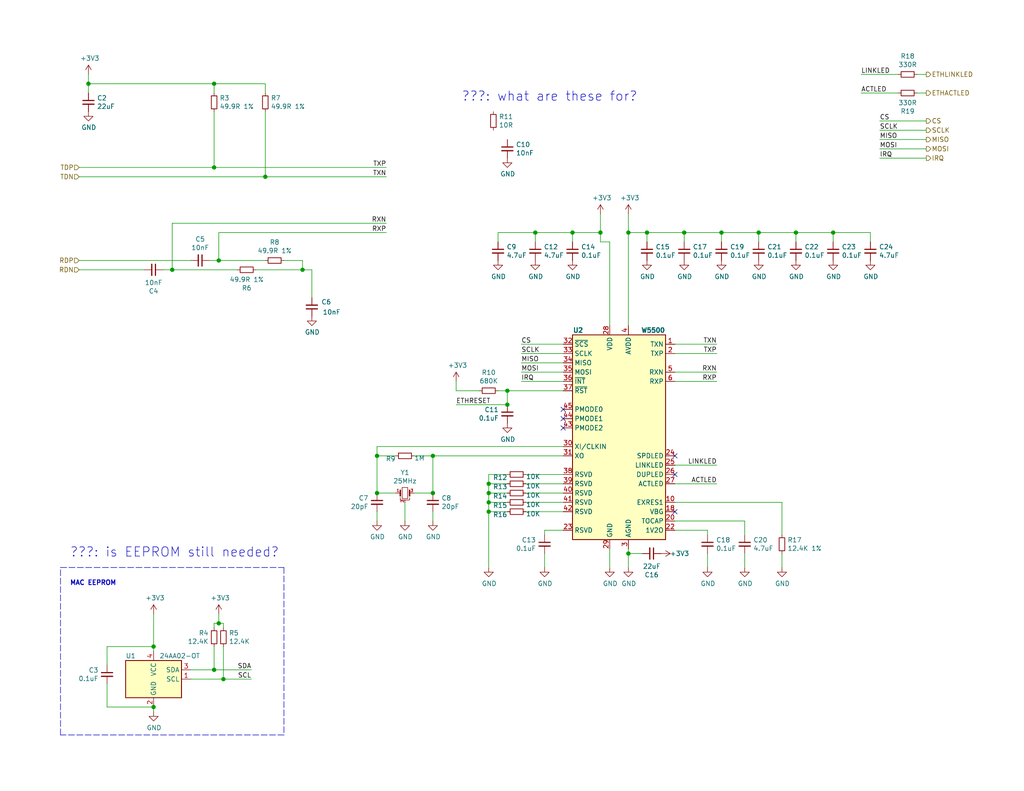
<source format=kicad_sch>
(kicad_sch (version 20201015) (generator eeschema)
  (paper "USLetter")
  (lib_symbols
    (symbol "Device:Crystal_GND2_Small" (pin_names (offset 1.016) hide)
      (property "Reference" "Y" (at 0 5.08 0))
      (property "Value" "Crystal_GND2_Small" (at 0 3.175 0))
      (symbol "Crystal_GND2_Small_0_1"
        (rectangle (start -0.762 -1.524) (end 0.762 1.524))
        (polyline (pts (xy -1.27 -0.762) (xy -1.27 0.762)) (stroke (width 0.381)))
        (polyline (pts (xy 1.27 -0.762) (xy 1.27 0.762)) (stroke (width 0.381)))
        (polyline (pts (xy -1.27 -1.27) (xy -1.27 -1.905) (xy 1.27 -1.905) (xy 1.27 -1.27)))
      )
      (symbol "Crystal_GND2_Small_1_1"
        (pin passive line (at -2.54 0 0) (length 1.27) (name "1") (number "1"))
        (pin passive line (at 0 -2.54 90) (length 0.635) (name "2") (number "2"))
        (pin passive line (at 2.54 0 180) (length 1.27) (name "3") (number "3"))
      )
    )
    (symbol "PoE-NTP-Clock-rescue:+3.3V-power" (power) (pin_names (offset 0))
      (property "Value" "+3.3V-power" (at 0 3.556 0))
      (symbol "+3.3V-power_0_1"
        (polyline (pts (xy -0.762 1.27) (xy 0 2.54)))
        (polyline (pts (xy 0 0) (xy 0 2.54)))
        (polyline (pts (xy 0 2.54) (xy 0.762 1.27)))
      )
      (symbol "+3.3V-power_1_1"
        (pin power_in line (at 0 0 90) (length 0) hide (name "+3V3") (number "1"))
      )
    )
    (symbol "PoE-NTP-Clock-rescue:24AA02-OT-Memory_EEPROM"
      (property "Reference" "U" (at -7.62 6.35 0))
      (property "Value" "24AA02-OT-Memory_EEPROM" (at 2.54 -6.35 0))
      (symbol "24AA02-OT-Memory_EEPROM_1_1"
        (rectangle (start -7.62 5.08) (end 7.62 -5.08) (stroke (width 0.254)) (fill (type background)))
        (pin input line (at 10.16 0 180) (length 2.54) (name "SCL") (number "1"))
        (pin power_in line (at 0 -7.62 90) (length 2.54) (name "GND") (number "2"))
        (pin bidirectional line (at 10.16 2.54 180) (length 2.54) (name "SDA") (number "3"))
        (pin power_in line (at 0 7.62 270) (length 2.54) (name "VCC") (number "4"))
        (pin unconnected line (at 7.62 -2.54 180) (length 2.54) hide (name "NC") (number "5"))
      )
    )
    (symbol "PoE-NTP-Clock-rescue:C_Small-Device" (pin_numbers hide) (pin_names (offset 0.254) hide)
      (property "Reference" "C" (at 0.254 1.778 0))
      (property "Value" "C_Small-Device" (at 0.254 -2.032 0))
      (symbol "C_Small-Device_0_1"
        (polyline (pts (xy -1.524 -0.508) (xy 1.524 -0.508)) (stroke (width 0.3302)))
        (polyline (pts (xy -1.524 0.508) (xy 1.524 0.508)) (stroke (width 0.3048)))
      )
      (symbol "C_Small-Device_1_1"
        (pin passive line (at 0 2.54 270) (length 2.032) (name "~") (number "1"))
        (pin passive line (at 0 -2.54 90) (length 2.032) (name "~") (number "2"))
      )
    )
    (symbol "PoE-NTP-Clock-rescue:GND-power" (power) (pin_names (offset 0))
      (property "Value" "GND-power" (at 0 -3.81 0))
      (symbol "GND-power_0_1"
        (polyline (pts (xy 0 0) (xy 0 -1.27) (xy 1.27 -1.27) (xy 0 -2.54) (xy -1.27 -1.27) (xy 0 -1.27)))
      )
      (symbol "GND-power_1_1"
        (pin power_in line (at 0 0 270) (length 0) hide (name "GND") (number "1"))
      )
    )
    (symbol "PoE-NTP-Clock-rescue:R_Small-Device" (pin_numbers hide) (pin_names (offset 0.254) hide)
      (property "Reference" "R" (at 0.762 0.508 0))
      (property "Value" "R_Small-Device" (at 0.762 -1.016 0))
      (symbol "R_Small-Device_0_1"
        (rectangle (start -0.762 1.778) (end 0.762 -1.778) (stroke (width 0.2032)))
      )
      (symbol "R_Small-Device_1_1"
        (pin passive line (at 0 2.54 270) (length 0.762) (name "~") (number "1"))
        (pin passive line (at 0 -2.54 90) (length 0.762) (name "~") (number "2"))
      )
    )
    (symbol "PoE-NTP-Clock-rescue:W5500-Interface_Ethernet"
      (property "Reference" "U" (at -11.43 29.21 0))
      (property "Value" "W5500-Interface_Ethernet" (at 8.89 29.21 0))
      (symbol "W5500-Interface_Ethernet_0_1"
        (rectangle (start -12.7 27.94) (end 12.7 -27.94) (stroke (width 0.254)) (fill (type background)))
      )
      (symbol "W5500-Interface_Ethernet_1_1"
        (pin output line (at 15.24 25.4 180) (length 2.54) (name "TXN") (number "1"))
        (pin passive line (at 15.24 -17.78 180) (length 2.54) (name "EXRES1") (number "10"))
        (pin passive line (at 2.54 30.48 270) (length 2.54) hide (name "AVDD") (number "11"))
        (pin unconnected line (at 12.7 7.62 180) (length 2.54) hide (name "NC") (number "12"))
        (pin unconnected line (at 12.7 5.08 180) (length 2.54) hide (name "NC") (number "13"))
        (pin passive line (at 2.54 -30.48 90) (length 2.54) hide (name "AGND") (number "14"))
        (pin passive line (at 2.54 30.48 270) (length 2.54) hide (name "AVDD") (number "15"))
        (pin passive line (at 2.54 -30.48 90) (length 2.54) hide (name "AGND") (number "16"))
        (pin passive line (at 2.54 30.48 270) (length 2.54) hide (name "AVDD") (number "17"))
        (pin passive line (at 15.24 -20.32 180) (length 2.54) (name "VBG") (number "18"))
        (pin passive line (at 2.54 -30.48 90) (length 2.54) hide (name "AGND") (number "19"))
        (pin output line (at 15.24 22.86 180) (length 2.54) (name "TXP") (number "2"))
        (pin passive line (at 15.24 -22.86 180) (length 2.54) (name "TOCAP") (number "20"))
        (pin passive line (at 2.54 30.48 270) (length 2.54) hide (name "AVDD") (number "21"))
        (pin output line (at 15.24 -25.4 180) (length 2.54) (name "1V2O") (number "22"))
        (pin input line (at -15.24 -25.4 0) (length 2.54) (name "RSVD") (number "23"))
        (pin output line (at 15.24 -5.08 180) (length 2.54) (name "SPDLED") (number "24"))
        (pin output line (at 15.24 -7.62 180) (length 2.54) (name "LINKLED") (number "25"))
        (pin output line (at 15.24 -10.16 180) (length 2.54) (name "DUPLED") (number "26"))
        (pin output line (at 15.24 -12.7 180) (length 2.54) (name "ACTLED") (number "27"))
        (pin power_in line (at -2.54 30.48 270) (length 2.54) (name "VDD") (number "28"))
        (pin power_in line (at -2.54 -30.48 90) (length 2.54) (name "GND") (number "29"))
        (pin power_in line (at 2.54 -30.48 90) (length 2.54) (name "AGND") (number "3"))
        (pin input line (at -15.24 -2.54 0) (length 2.54) (name "XI/CLKIN") (number "30"))
        (pin output line (at -15.24 -5.08 0) (length 2.54) (name "XO") (number "31"))
        (pin input line (at -15.24 25.4 0) (length 2.54) (name "~SCS") (number "32"))
        (pin input line (at -15.24 22.86 0) (length 2.54) (name "SCLK") (number "33"))
        (pin output line (at -15.24 20.32 0) (length 2.54) (name "MISO") (number "34"))
        (pin input line (at -15.24 17.78 0) (length 2.54) (name "MOSI") (number "35"))
        (pin input line (at -15.24 15.24 0) (length 2.54) (name "~INT") (number "36"))
        (pin input line (at -15.24 12.7 0) (length 2.54) (name "~RST") (number "37"))
        (pin input line (at -15.24 -10.16 0) (length 2.54) (name "RSVD") (number "38"))
        (pin input line (at -15.24 -12.7 0) (length 2.54) (name "RSVD") (number "39"))
        (pin power_in line (at 2.54 30.48 270) (length 2.54) (name "AVDD") (number "4"))
        (pin input line (at -15.24 -15.24 0) (length 2.54) (name "RSVD") (number "40"))
        (pin input line (at -15.24 -17.78 0) (length 2.54) (name "RSVD") (number "41"))
        (pin input line (at -15.24 -20.32 0) (length 2.54) (name "RSVD") (number "42"))
        (pin input line (at -15.24 2.54 0) (length 2.54) (name "PMODE2") (number "43"))
        (pin input line (at -15.24 5.08 0) (length 2.54) (name "PMODE1") (number "44"))
        (pin input line (at -15.24 7.62 0) (length 2.54) (name "PMODE0") (number "45"))
        (pin unconnected line (at 12.7 2.54 180) (length 2.54) hide (name "NC") (number "46"))
        (pin unconnected line (at 12.7 0 180) (length 2.54) hide (name "NC") (number "47"))
        (pin passive line (at 2.54 -30.48 90) (length 2.54) hide (name "AGND") (number "48"))
        (pin input line (at 15.24 17.78 180) (length 2.54) (name "RXN") (number "5"))
        (pin input line (at 15.24 15.24 180) (length 2.54) (name "RXP") (number "6"))
        (pin unconnected line (at 12.7 10.16 180) (length 2.54) hide (name "DNC") (number "7"))
        (pin passive line (at 2.54 30.48 270) (length 2.54) hide (name "AVDD") (number "8"))
        (pin passive line (at 2.54 -30.48 90) (length 2.54) hide (name "AGND") (number "9"))
      )
    )
    (symbol "power:GND" (power) (pin_names (offset 0))
      (property "Value" "GND" (at 0 -3.81 0))
      (symbol "GND_0_1"
        (polyline (pts (xy 0 0) (xy 0 -1.27) (xy 1.27 -1.27) (xy 0 -2.54) (xy -1.27 -1.27) (xy 0 -1.27)))
      )
      (symbol "GND_1_1"
        (pin power_in line (at 0 0 270) (length 0) hide (name "GND") (number "1"))
      )
    )
  )
  (junction (at 24.13 22.86) (diameter 1.016))
  (junction (at 41.91 176.53) (diameter 1.016))
  (junction (at 41.91 193.04) (diameter 1.016))
  (junction (at 46.99 73.66) (diameter 1.016))
  (junction (at 58.42 22.86) (diameter 1.016))
  (junction (at 58.42 45.72) (diameter 1.016))
  (junction (at 58.42 182.88) (diameter 1.016))
  (junction (at 59.69 71.12) (diameter 1.016))
  (junction (at 59.69 170.18) (diameter 1.016))
  (junction (at 60.96 185.42) (diameter 1.016))
  (junction (at 72.39 48.26) (diameter 1.016))
  (junction (at 82.55 73.66) (diameter 1.016))
  (junction (at 102.87 124.46) (diameter 1.016))
  (junction (at 102.87 134.62) (diameter 1.016))
  (junction (at 118.11 124.46) (diameter 1.016))
  (junction (at 118.11 134.62) (diameter 1.016))
  (junction (at 133.35 132.08) (diameter 1.016))
  (junction (at 133.35 134.62) (diameter 1.016))
  (junction (at 133.35 137.16) (diameter 1.016))
  (junction (at 133.35 139.7) (diameter 1.016))
  (junction (at 138.43 106.68) (diameter 1.016))
  (junction (at 138.43 110.49) (diameter 1.016))
  (junction (at 146.05 63.5) (diameter 1.016))
  (junction (at 156.21 63.5) (diameter 1.016))
  (junction (at 163.83 63.5) (diameter 1.016))
  (junction (at 171.45 63.5) (diameter 1.016))
  (junction (at 171.45 151.13) (diameter 1.016))
  (junction (at 176.53 63.5) (diameter 1.016))
  (junction (at 186.69 63.5) (diameter 1.016))
  (junction (at 196.85 63.5) (diameter 1.016))
  (junction (at 207.01 63.5) (diameter 1.016))
  (junction (at 217.17 63.5) (diameter 1.016))
  (junction (at 227.33 63.5) (diameter 1.016))
  (no_connect (at 153.67 111.76))
  (no_connect (at 153.67 114.3))
  (no_connect (at 153.67 116.84))
  (no_connect (at 184.15 124.46))
  (no_connect (at 184.15 129.54))
  (no_connect (at 184.15 139.7))
  (wire (pts (xy 21.59 45.72) (xy 58.42 45.72)))
  (wire (pts (xy 21.59 48.26) (xy 72.39 48.26)))
  (wire (pts (xy 21.59 71.12) (xy 52.07 71.12)))
  (wire (pts (xy 21.59 73.66) (xy 39.37 73.66)))
  (wire (pts (xy 24.13 20.32) (xy 24.13 22.86)))
  (wire (pts (xy 24.13 22.86) (xy 24.13 25.4)))
  (wire (pts (xy 24.13 22.86) (xy 58.42 22.86)))
  (wire (pts (xy 29.21 176.53) (xy 29.21 181.61)))
  (wire (pts (xy 29.21 193.04) (xy 29.21 186.69)))
  (wire (pts (xy 41.91 176.53) (xy 29.21 176.53)))
  (wire (pts (xy 41.91 176.53) (xy 41.91 167.64)))
  (wire (pts (xy 41.91 177.8) (xy 41.91 176.53)))
  (wire (pts (xy 41.91 193.04) (xy 29.21 193.04)))
  (wire (pts (xy 41.91 194.31) (xy 41.91 193.04)))
  (wire (pts (xy 44.45 73.66) (xy 46.99 73.66)))
  (wire (pts (xy 46.99 60.96) (xy 46.99 73.66)))
  (wire (pts (xy 46.99 60.96) (xy 105.41 60.96)))
  (wire (pts (xy 46.99 73.66) (xy 64.77 73.66)))
  (wire (pts (xy 52.07 182.88) (xy 58.42 182.88)))
  (wire (pts (xy 52.07 185.42) (xy 60.96 185.42)))
  (wire (pts (xy 57.15 71.12) (xy 59.69 71.12)))
  (wire (pts (xy 58.42 22.86) (xy 58.42 25.4)))
  (wire (pts (xy 58.42 22.86) (xy 72.39 22.86)))
  (wire (pts (xy 58.42 30.48) (xy 58.42 45.72)))
  (wire (pts (xy 58.42 45.72) (xy 105.41 45.72)))
  (wire (pts (xy 58.42 170.18) (xy 59.69 170.18)))
  (wire (pts (xy 58.42 171.45) (xy 58.42 170.18)))
  (wire (pts (xy 58.42 176.53) (xy 58.42 182.88)))
  (wire (pts (xy 58.42 182.88) (xy 68.58 182.88)))
  (wire (pts (xy 59.69 63.5) (xy 105.41 63.5)))
  (wire (pts (xy 59.69 71.12) (xy 59.69 63.5)))
  (wire (pts (xy 59.69 71.12) (xy 72.39 71.12)))
  (wire (pts (xy 59.69 170.18) (xy 59.69 167.64)))
  (wire (pts (xy 60.96 170.18) (xy 59.69 170.18)))
  (wire (pts (xy 60.96 171.45) (xy 60.96 170.18)))
  (wire (pts (xy 60.96 176.53) (xy 60.96 185.42)))
  (wire (pts (xy 60.96 185.42) (xy 68.58 185.42)))
  (wire (pts (xy 69.85 73.66) (xy 82.55 73.66)))
  (wire (pts (xy 72.39 22.86) (xy 72.39 25.4)))
  (wire (pts (xy 72.39 30.48) (xy 72.39 48.26)))
  (wire (pts (xy 72.39 48.26) (xy 105.41 48.26)))
  (wire (pts (xy 77.47 71.12) (xy 82.55 71.12)))
  (wire (pts (xy 82.55 71.12) (xy 82.55 73.66)))
  (wire (pts (xy 82.55 73.66) (xy 85.09 73.66)))
  (wire (pts (xy 85.09 73.66) (xy 85.09 81.28)))
  (wire (pts (xy 102.87 121.92) (xy 102.87 124.46)))
  (wire (pts (xy 102.87 124.46) (xy 102.87 134.62)))
  (wire (pts (xy 102.87 124.46) (xy 107.95 124.46)))
  (wire (pts (xy 102.87 134.62) (xy 107.95 134.62)))
  (wire (pts (xy 102.87 139.7) (xy 102.87 142.24)))
  (wire (pts (xy 110.49 137.16) (xy 110.49 142.24)))
  (wire (pts (xy 113.03 124.46) (xy 118.11 124.46)))
  (wire (pts (xy 113.03 134.62) (xy 118.11 134.62)))
  (wire (pts (xy 118.11 124.46) (xy 118.11 134.62)))
  (wire (pts (xy 118.11 124.46) (xy 153.67 124.46)))
  (wire (pts (xy 118.11 139.7) (xy 118.11 142.24)))
  (wire (pts (xy 124.46 106.68) (xy 124.46 104.14)))
  (wire (pts (xy 124.46 110.49) (xy 138.43 110.49)))
  (wire (pts (xy 130.81 106.68) (xy 124.46 106.68)))
  (wire (pts (xy 133.35 129.54) (xy 133.35 132.08)))
  (wire (pts (xy 133.35 129.54) (xy 138.43 129.54)))
  (wire (pts (xy 133.35 132.08) (xy 133.35 134.62)))
  (wire (pts (xy 133.35 132.08) (xy 138.43 132.08)))
  (wire (pts (xy 133.35 134.62) (xy 133.35 137.16)))
  (wire (pts (xy 133.35 134.62) (xy 138.43 134.62)))
  (wire (pts (xy 133.35 137.16) (xy 133.35 139.7)))
  (wire (pts (xy 133.35 137.16) (xy 138.43 137.16)))
  (wire (pts (xy 133.35 139.7) (xy 133.35 154.94)))
  (wire (pts (xy 133.35 139.7) (xy 138.43 139.7)))
  (wire (pts (xy 135.89 63.5) (xy 146.05 63.5)))
  (wire (pts (xy 135.89 66.04) (xy 135.89 63.5)))
  (wire (pts (xy 138.43 106.68) (xy 135.89 106.68)))
  (wire (pts (xy 138.43 106.68) (xy 153.67 106.68)))
  (wire (pts (xy 138.43 110.49) (xy 138.43 106.68)))
  (wire (pts (xy 143.51 129.54) (xy 153.67 129.54)))
  (wire (pts (xy 143.51 132.08) (xy 153.67 132.08)))
  (wire (pts (xy 143.51 134.62) (xy 153.67 134.62)))
  (wire (pts (xy 143.51 137.16) (xy 153.67 137.16)))
  (wire (pts (xy 143.51 139.7) (xy 153.67 139.7)))
  (wire (pts (xy 146.05 63.5) (xy 156.21 63.5)))
  (wire (pts (xy 146.05 66.04) (xy 146.05 63.5)))
  (wire (pts (xy 148.59 144.78) (xy 148.59 146.05)))
  (wire (pts (xy 148.59 151.13) (xy 148.59 154.94)))
  (wire (pts (xy 153.67 93.98) (xy 142.24 93.98)))
  (wire (pts (xy 153.67 96.52) (xy 142.24 96.52)))
  (wire (pts (xy 153.67 99.06) (xy 142.24 99.06)))
  (wire (pts (xy 153.67 101.6) (xy 142.24 101.6)))
  (wire (pts (xy 153.67 104.14) (xy 142.24 104.14)))
  (wire (pts (xy 153.67 121.92) (xy 102.87 121.92)))
  (wire (pts (xy 153.67 144.78) (xy 148.59 144.78)))
  (wire (pts (xy 156.21 63.5) (xy 156.21 66.04)))
  (wire (pts (xy 156.21 63.5) (xy 163.83 63.5)))
  (wire (pts (xy 163.83 63.5) (xy 163.83 58.42)))
  (wire (pts (xy 163.83 66.04) (xy 163.83 63.5)))
  (wire (pts (xy 166.37 66.04) (xy 163.83 66.04)))
  (wire (pts (xy 166.37 88.9) (xy 166.37 66.04)))
  (wire (pts (xy 166.37 149.86) (xy 166.37 154.94)))
  (wire (pts (xy 171.45 58.42) (xy 171.45 63.5)))
  (wire (pts (xy 171.45 63.5) (xy 171.45 88.9)))
  (wire (pts (xy 171.45 63.5) (xy 176.53 63.5)))
  (wire (pts (xy 171.45 149.86) (xy 171.45 151.13)))
  (wire (pts (xy 171.45 151.13) (xy 171.45 154.94)))
  (wire (pts (xy 175.26 151.13) (xy 171.45 151.13)))
  (wire (pts (xy 176.53 63.5) (xy 176.53 66.04)))
  (wire (pts (xy 184.15 93.98) (xy 195.58 93.98)))
  (wire (pts (xy 184.15 96.52) (xy 195.58 96.52)))
  (wire (pts (xy 184.15 101.6) (xy 195.58 101.6)))
  (wire (pts (xy 184.15 104.14) (xy 195.58 104.14)))
  (wire (pts (xy 184.15 127) (xy 195.58 127)))
  (wire (pts (xy 184.15 132.08) (xy 195.58 132.08)))
  (wire (pts (xy 184.15 137.16) (xy 213.36 137.16)))
  (wire (pts (xy 184.15 144.78) (xy 193.04 144.78)))
  (wire (pts (xy 186.69 63.5) (xy 176.53 63.5)))
  (wire (pts (xy 186.69 66.04) (xy 186.69 63.5)))
  (wire (pts (xy 193.04 144.78) (xy 193.04 146.05)))
  (wire (pts (xy 193.04 151.13) (xy 193.04 154.94)))
  (wire (pts (xy 196.85 63.5) (xy 186.69 63.5)))
  (wire (pts (xy 196.85 66.04) (xy 196.85 63.5)))
  (wire (pts (xy 203.2 142.24) (xy 184.15 142.24)))
  (wire (pts (xy 203.2 146.05) (xy 203.2 142.24)))
  (wire (pts (xy 203.2 151.13) (xy 203.2 154.94)))
  (wire (pts (xy 207.01 63.5) (xy 196.85 63.5)))
  (wire (pts (xy 207.01 66.04) (xy 207.01 63.5)))
  (wire (pts (xy 213.36 137.16) (xy 213.36 146.05)))
  (wire (pts (xy 213.36 151.13) (xy 213.36 154.94)))
  (wire (pts (xy 217.17 63.5) (xy 207.01 63.5)))
  (wire (pts (xy 217.17 63.5) (xy 227.33 63.5)))
  (wire (pts (xy 217.17 66.04) (xy 217.17 63.5)))
  (wire (pts (xy 227.33 63.5) (xy 237.49 63.5)))
  (wire (pts (xy 227.33 66.04) (xy 227.33 63.5)))
  (wire (pts (xy 234.95 20.32) (xy 245.11 20.32)))
  (wire (pts (xy 234.95 25.4) (xy 245.11 25.4)))
  (wire (pts (xy 237.49 66.04) (xy 237.49 63.5)))
  (wire (pts (xy 240.03 33.02) (xy 252.73 33.02)))
  (wire (pts (xy 240.03 35.56) (xy 252.73 35.56)))
  (wire (pts (xy 240.03 38.1) (xy 252.73 38.1)))
  (wire (pts (xy 240.03 40.64) (xy 252.73 40.64)))
  (wire (pts (xy 240.03 43.18) (xy 252.73 43.18)))
  (wire (pts (xy 250.19 20.32) (xy 252.73 20.32)))
  (wire (pts (xy 250.19 25.4) (xy 252.73 25.4)))
  (polyline (pts (xy 16.51 154.94) (xy 77.47 154.94)) (stroke (width 0) (type dash)))
  (polyline (pts (xy 16.51 200.66) (xy 16.51 154.94)) (stroke (width 0) (type dash)))
  (polyline (pts (xy 77.47 154.94) (xy 77.47 200.66)) (stroke (width 0) (type dash)))
  (polyline (pts (xy 77.47 200.66) (xy 16.51 200.66)) (stroke (width 0) (type dash)))
  (text "MAC EEPROM" (at 19.05 160.02 0) (effects (font (size 1.27 1.27) (thickness 0.254) bold) (justify left bottom)))
  (text "???: is EEPROM still needed?" (at 76.2 152.4 180) (effects (font (size 2.54 2.54)) (justify right bottom)))
  (text "???: what are these for?" (at 173.99 27.94 180) (effects (font (size 2.54 2.54)) (justify right bottom)))
  (label "SDA" (at 68.58 182.88 180))
  (label "SCL" (at 68.58 185.42 180))
  (label "TXP" (at 105.41 45.72 180))
  (label "TXN" (at 105.41 48.26 180))
  (label "RXN" (at 105.41 60.96 180))
  (label "RXP" (at 105.41 63.5 180))
  (label "ETHRESET" (at 124.46 110.49 0))
  (label "CS" (at 142.24 93.98 0))
  (label "SCLK" (at 142.24 96.52 0))
  (label "MISO" (at 142.24 99.06 0))
  (label "MOSI" (at 142.24 101.6 0))
  (label "IRQ" (at 142.24 104.14 0))
  (label "TXN" (at 195.58 93.98 180))
  (label "TXP" (at 195.58 96.52 180))
  (label "RXN" (at 195.58 101.6 180))
  (label "RXP" (at 195.58 104.14 180))
  (label "LINKLED" (at 195.58 127 180))
  (label "ACTLED" (at 195.58 132.08 180))
  (label "LINKLED" (at 234.95 20.32 0))
  (label "ACTLED" (at 234.95 25.4 0))
  (label "CS" (at 240.03 33.02 0))
  (label "SCLK" (at 240.03 35.56 0))
  (label "MISO" (at 240.03 38.1 0))
  (label "MOSI" (at 240.03 40.64 0))
  (label "IRQ" (at 240.03 43.18 0))
  (hierarchical_label "TDP" (shape input) (at 21.59 45.72 180))
  (hierarchical_label "TDN" (shape input) (at 21.59 48.26 180))
  (hierarchical_label "RDP" (shape input) (at 21.59 71.12 180))
  (hierarchical_label "RDN" (shape input) (at 21.59 73.66 180))
  (hierarchical_label "ETHLINKLED" (shape output) (at 252.73 20.32 0))
  (hierarchical_label "ETHACTLED" (shape output) (at 252.73 25.4 0))
  (hierarchical_label "CS" (shape output) (at 252.73 33.02 0))
  (hierarchical_label "SCLK" (shape output) (at 252.73 35.56 0))
  (hierarchical_label "MISO" (shape output) (at 252.73 38.1 0))
  (hierarchical_label "MOSI" (shape output) (at 252.73 40.64 0))
  (hierarchical_label "IRQ" (shape output) (at 252.73 43.18 0))
  (symbol (lib_id "PoE-NTP-Clock-rescue:+3.3V-power") (at 24.13 20.32 0) (unit 1)
    (property "Reference" "#PWR0117" (effects hide))
    (property "Value" "+3.3V" (at 24.511 15.9258 0))
  )
  (symbol (lib_id "PoE-NTP-Clock-rescue:+3.3V-power") (at 41.91 167.64 0) (unit 1)
    (property "Reference" "#PWR0115" (effects hide))
    (property "Value" "+3.3V" (at 42.291 163.2458 0))
  )
  (symbol (lib_id "PoE-NTP-Clock-rescue:+3.3V-power") (at 59.69 167.64 0) (unit 1)
    (property "Reference" "#PWR0114" (effects hide))
    (property "Value" "+3.3V" (at 60.071 163.2458 0))
  )
  (symbol (lib_id "PoE-NTP-Clock-rescue:+3.3V-power") (at 124.46 104.14 0) (unit 1)
    (property "Reference" "#PWR0123" (effects hide))
    (property "Value" "+3.3V" (at 124.841 99.7458 0))
  )
  (symbol (lib_id "PoE-NTP-Clock-rescue:+3.3V-power") (at 163.83 58.42 0) (unit 1)
    (property "Reference" "#PWR0135" (effects hide))
    (property "Value" "+3.3V" (at 164.211 54.0258 0))
  )
  (symbol (lib_id "PoE-NTP-Clock-rescue:+3.3V-power") (at 171.45 58.42 0) (unit 1)
    (property "Reference" "#PWR0136" (effects hide))
    (property "Value" "+3.3V" (at 171.831 54.0258 0))
  )
  (symbol (lib_id "PoE-NTP-Clock-rescue:+3.3V-power") (at 180.34 151.13 270) (unit 1)
    (property "Reference" "#PWR0131" (effects hide))
    (property "Value" "+3.3V" (at 185.42 151.13 90))
  )
  (symbol (lib_id "power:GND") (at 24.13 30.48 0) (unit 1)
    (property "Reference" "#PWR0118" (effects hide))
    (property "Value" "GND" (at 24.2443 34.8044 0))
  )
  (symbol (lib_id "PoE-NTP-Clock-rescue:GND-power") (at 41.91 194.31 0) (unit 1)
    (property "Reference" "#PWR0113" (effects hide))
    (property "Value" "GND" (at 42.037 198.7042 0))
  )
  (symbol (lib_id "power:GND") (at 85.09 86.36 0) (unit 1)
    (property "Reference" "#PWR0116" (effects hide))
    (property "Value" "GND" (at 85.2043 90.6844 0))
  )
  (symbol (lib_id "power:GND") (at 102.87 142.24 0) (unit 1)
    (property "Reference" "#PWR0122" (effects hide))
    (property "Value" "GND" (at 102.9843 146.5644 0))
  )
  (symbol (lib_id "power:GND") (at 110.49 142.24 0) (unit 1)
    (property "Reference" "#PWR0120" (effects hide))
    (property "Value" "GND" (at 110.6043 146.5644 0))
  )
  (symbol (lib_id "power:GND") (at 118.11 142.24 0) (unit 1)
    (property "Reference" "#PWR0121" (effects hide))
    (property "Value" "GND" (at 118.2243 146.5644 0))
  )
  (symbol (lib_id "PoE-NTP-Clock-rescue:GND-power") (at 133.35 154.94 0) (unit 1)
    (property "Reference" "#PWR0119" (effects hide))
    (property "Value" "GND" (at 133.477 159.3342 0))
  )
  (symbol (lib_id "PoE-NTP-Clock-rescue:GND-power") (at 135.89 71.12 0) (unit 1)
    (property "Reference" "#PWR0124" (effects hide))
    (property "Value" "GND" (at 136.017 75.5142 0))
  )
  (symbol (lib_id "power:GND") (at 138.43 43.18 0) (unit 1)
    (property "Reference" "#PWR0139" (effects hide))
    (property "Value" "GND" (at 138.5443 47.5044 0))
  )
  (symbol (lib_id "PoE-NTP-Clock-rescue:GND-power") (at 138.43 115.57 0) (unit 1)
    (property "Reference" "#PWR0125" (effects hide))
    (property "Value" "GND" (at 138.557 119.9642 0))
  )
  (symbol (lib_id "PoE-NTP-Clock-rescue:GND-power") (at 146.05 71.12 0) (unit 1)
    (property "Reference" "#PWR0138" (effects hide))
    (property "Value" "GND" (at 146.177 75.5142 0))
  )
  (symbol (lib_id "PoE-NTP-Clock-rescue:GND-power") (at 148.59 154.94 0) (unit 1)
    (property "Reference" "#PWR0130" (effects hide))
    (property "Value" "GND" (at 148.717 159.3342 0))
  )
  (symbol (lib_id "PoE-NTP-Clock-rescue:GND-power") (at 156.21 71.12 0) (unit 1)
    (property "Reference" "#PWR0137" (effects hide))
    (property "Value" "GND" (at 156.337 75.5142 0))
  )
  (symbol (lib_id "PoE-NTP-Clock-rescue:GND-power") (at 166.37 154.94 0) (unit 1)
    (property "Reference" "#PWR0129" (effects hide))
    (property "Value" "GND" (at 166.497 159.3342 0))
  )
  (symbol (lib_id "PoE-NTP-Clock-rescue:GND-power") (at 171.45 154.94 0) (unit 1)
    (property "Reference" "#PWR0126" (effects hide))
    (property "Value" "GND" (at 171.577 159.3342 0))
  )
  (symbol (lib_id "PoE-NTP-Clock-rescue:GND-power") (at 176.53 71.12 0) (unit 1)
    (property "Reference" "#PWR0140" (effects hide))
    (property "Value" "GND" (at 176.657 75.5142 0))
  )
  (symbol (lib_id "PoE-NTP-Clock-rescue:GND-power") (at 186.69 71.12 0) (unit 1)
    (property "Reference" "#PWR0142" (effects hide))
    (property "Value" "GND" (at 186.817 75.5142 0))
  )
  (symbol (lib_id "PoE-NTP-Clock-rescue:GND-power") (at 193.04 154.94 0) (unit 1)
    (property "Reference" "#PWR0127" (effects hide))
    (property "Value" "GND" (at 193.167 159.3342 0))
  )
  (symbol (lib_id "PoE-NTP-Clock-rescue:GND-power") (at 196.85 71.12 0) (unit 1)
    (property "Reference" "#PWR0143" (effects hide))
    (property "Value" "GND" (at 196.977 75.5142 0))
  )
  (symbol (lib_id "PoE-NTP-Clock-rescue:GND-power") (at 203.2 154.94 0) (unit 1)
    (property "Reference" "#PWR0128" (effects hide))
    (property "Value" "GND" (at 203.327 159.3342 0))
  )
  (symbol (lib_id "PoE-NTP-Clock-rescue:GND-power") (at 207.01 71.12 0) (unit 1)
    (property "Reference" "#PWR0141" (effects hide))
    (property "Value" "GND" (at 207.137 75.5142 0))
  )
  (symbol (lib_id "PoE-NTP-Clock-rescue:GND-power") (at 213.36 154.94 0) (unit 1)
    (property "Reference" "#PWR0132" (effects hide))
    (property "Value" "GND" (at 213.487 159.3342 0))
  )
  (symbol (lib_id "PoE-NTP-Clock-rescue:GND-power") (at 217.17 71.12 0) (unit 1)
    (property "Reference" "#PWR0144" (effects hide))
    (property "Value" "GND" (at 217.297 75.5142 0))
  )
  (symbol (lib_id "PoE-NTP-Clock-rescue:GND-power") (at 227.33 71.12 0) (unit 1)
    (property "Reference" "#PWR0134" (effects hide))
    (property "Value" "GND" (at 227.457 75.5142 0))
  )
  (symbol (lib_id "PoE-NTP-Clock-rescue:GND-power") (at 237.49 71.12 0) (unit 1)
    (property "Reference" "#PWR0133" (effects hide))
    (property "Value" "GND" (at 237.617 75.5142 0))
  )
  (symbol (lib_id "PoE-NTP-Clock-rescue:R_Small-Device") (at 58.42 27.94 0) (unit 1)
    (property "Reference" "R3" (at 59.9186 26.7716 0) (effects (justify left)))
    (property "Value" "49.9R 1%" (at 59.9186 29.083 0) (effects (justify left)))
    (property "Footprint" "Resistor_SMD:R_0402_1005Metric" (effects hide))
  )
  (symbol (lib_id "PoE-NTP-Clock-rescue:R_Small-Device") (at 58.42 173.99 0) (mirror y) (unit 1)
    (property "Reference" "R4" (at 56.9214 172.8216 0) (effects (justify left)))
    (property "Value" "12.4K" (at 56.9214 175.133 0) (effects (justify left)))
    (property "Footprint" "Resistor_SMD:R_0402_1005Metric" (effects hide))
  )
  (symbol (lib_id "PoE-NTP-Clock-rescue:R_Small-Device") (at 60.96 173.99 0) (unit 1)
    (property "Reference" "R5" (at 62.4586 172.8216 0) (effects (justify left)))
    (property "Value" "12.4K" (at 62.4586 175.133 0) (effects (justify left)))
    (property "Footprint" "Resistor_SMD:R_0402_1005Metric" (effects hide))
  )
  (symbol (lib_id "PoE-NTP-Clock-rescue:R_Small-Device") (at 67.31 73.66 90) (unit 1)
    (property "Reference" "R6" (at 67.31 78.6384 90))
    (property "Value" "49.9R 1%" (at 67.31 76.327 90))
    (property "Footprint" "Resistor_SMD:R_0402_1005Metric" (effects hide))
  )
  (symbol (lib_id "PoE-NTP-Clock-rescue:R_Small-Device") (at 72.39 27.94 0) (unit 1)
    (property "Reference" "R7" (at 73.8886 26.7716 0) (effects (justify left)))
    (property "Value" "49.9R 1%" (at 73.8886 29.083 0) (effects (justify left)))
    (property "Footprint" "Resistor_SMD:R_0402_1005Metric" (effects hide))
  )
  (symbol (lib_id "PoE-NTP-Clock-rescue:R_Small-Device") (at 74.93 71.12 270) (unit 1)
    (property "Reference" "R8" (at 74.93 66.1416 90))
    (property "Value" "49.9R 1%" (at 74.93 68.453 90))
    (property "Footprint" "Resistor_SMD:R_0402_1005Metric" (effects hide))
  )
  (symbol (lib_id "PoE-NTP-Clock-rescue:R_Small-Device") (at 110.49 124.46 270) (unit 1)
    (property "Reference" "R9" (at 107.95 124.5616 90) (effects (justify right top)))
    (property "Value" "1M" (at 113.03 124.333 90) (effects (justify left top)))
    (property "Footprint" "Resistor_SMD:R_0402_1005Metric" (effects hide))
  )
  (symbol (lib_id "PoE-NTP-Clock-rescue:R_Small-Device") (at 133.35 106.68 270) (unit 1)
    (property "Reference" "R10" (at 133.35 101.7016 90))
    (property "Value" "680K" (at 133.35 104.013 90))
    (property "Footprint" "Resistor_SMD:R_0402_1005Metric" (effects hide))
  )
  (symbol (lib_id "PoE-NTP-Clock-rescue:R_Small-Device") (at 134.62 33.02 0) (unit 1)
    (property "Reference" "R11" (at 136.1186 31.8516 0) (effects (justify left)))
    (property "Value" "10R" (at 136.1186 34.163 0) (effects (justify left)))
    (property "Footprint" "Resistor_SMD:R_0402_1005Metric" (effects hide))
  )
  (symbol (lib_id "PoE-NTP-Clock-rescue:R_Small-Device") (at 140.97 129.54 270) (unit 1)
    (property "Reference" "R12" (at 138.43 129.6416 90) (effects (justify right top)))
    (property "Value" "10K" (at 143.51 129.413 90) (effects (justify left top)))
    (property "Footprint" "Resistor_SMD:R_0402_1005Metric" (effects hide))
  )
  (symbol (lib_id "PoE-NTP-Clock-rescue:R_Small-Device") (at 140.97 132.08 270) (unit 1)
    (property "Reference" "R13" (at 138.43 132.1816 90) (effects (justify right top)))
    (property "Value" "10K" (at 143.51 131.953 90) (effects (justify left top)))
    (property "Footprint" "Resistor_SMD:R_0402_1005Metric" (effects hide))
  )
  (symbol (lib_id "PoE-NTP-Clock-rescue:R_Small-Device") (at 140.97 134.62 270) (unit 1)
    (property "Reference" "R14" (at 138.43 134.7216 90) (effects (justify right top)))
    (property "Value" "10K" (at 143.51 134.493 90) (effects (justify left top)))
    (property "Footprint" "Resistor_SMD:R_0402_1005Metric" (effects hide))
  )
  (symbol (lib_id "PoE-NTP-Clock-rescue:R_Small-Device") (at 140.97 137.16 270) (unit 1)
    (property "Reference" "R15" (at 138.43 137.2616 90) (effects (justify right top)))
    (property "Value" "10K" (at 143.51 137.033 90) (effects (justify left top)))
    (property "Footprint" "Resistor_SMD:R_0402_1005Metric" (effects hide))
  )
  (symbol (lib_id "PoE-NTP-Clock-rescue:R_Small-Device") (at 140.97 139.7 270) (unit 1)
    (property "Reference" "R16" (at 138.43 139.8016 90) (effects (justify right top)))
    (property "Value" "10K" (at 143.51 139.573 90) (effects (justify left top)))
    (property "Footprint" "Resistor_SMD:R_0402_1005Metric" (effects hide))
  )
  (symbol (lib_id "PoE-NTP-Clock-rescue:R_Small-Device") (at 213.36 148.59 0) (unit 1)
    (property "Reference" "R17" (at 214.8586 147.4216 0) (effects (justify left)))
    (property "Value" "12.4K 1%" (at 214.8586 149.733 0) (effects (justify left)))
    (property "Footprint" "Resistor_SMD:R_0402_1005Metric" (effects hide))
  )
  (symbol (lib_id "PoE-NTP-Clock-rescue:R_Small-Device") (at 247.65 20.32 270) (unit 1)
    (property "Reference" "R18" (at 247.65 15.3416 90))
    (property "Value" "330R" (at 247.65 17.653 90))
    (property "Footprint" "Resistor_SMD:R_0402_1005Metric" (effects hide))
  )
  (symbol (lib_id "PoE-NTP-Clock-rescue:R_Small-Device") (at 247.65 25.4 270) (mirror x) (unit 1)
    (property "Reference" "R19" (at 247.65 30.3784 90))
    (property "Value" "330R" (at 247.65 28.067 90))
    (property "Footprint" "Resistor_SMD:R_0402_1005Metric" (effects hide))
  )
  (symbol (lib_id "PoE-NTP-Clock-rescue:C_Small-Device") (at 24.13 27.94 0) (unit 1)
    (property "Reference" "C2" (at 26.4668 26.7716 0) (effects (justify left)))
    (property "Value" "22uF" (at 26.4668 29.083 0) (effects (justify left)))
    (property "Footprint" "Capacitor_SMD:C_0402_1005Metric" (effects hide))
  )
  (symbol (lib_id "PoE-NTP-Clock-rescue:C_Small-Device") (at 29.21 184.15 0) (mirror y) (unit 1)
    (property "Reference" "C3" (at 26.8732 182.9816 0) (effects (justify left)))
    (property "Value" "0.1uF" (at 26.8732 185.293 0) (effects (justify left)))
    (property "Footprint" "Capacitor_SMD:C_0402_1005Metric" (effects hide))
  )
  (symbol (lib_id "PoE-NTP-Clock-rescue:C_Small-Device") (at 41.91 73.66 270) (mirror x) (unit 1)
    (property "Reference" "C4" (at 41.91 79.4766 90))
    (property "Value" "10nF" (at 41.91 77.1652 90))
    (property "Footprint" "Capacitor_SMD:C_0402_1005Metric" (effects hide))
  )
  (symbol (lib_id "PoE-NTP-Clock-rescue:C_Small-Device") (at 54.61 71.12 270) (unit 1)
    (property "Reference" "C5" (at 54.61 65.3034 90))
    (property "Value" "10nF" (at 54.61 67.6148 90))
    (property "Footprint" "Capacitor_SMD:C_0402_1005Metric" (effects hide))
  )
  (symbol (lib_id "PoE-NTP-Clock-rescue:C_Small-Device") (at 85.09 83.82 180) (unit 1)
    (property "Reference" "C6" (at 90.3732 82.4484 0) (effects (justify left)))
    (property "Value" "10nF" (at 92.9132 85.217 0) (effects (justify left)))
    (property "Footprint" "Capacitor_SMD:C_0402_1005Metric" (effects hide))
  )
  (symbol (lib_id "PoE-NTP-Clock-rescue:C_Small-Device") (at 102.87 137.16 0) (mirror y) (unit 1)
    (property "Reference" "C7" (at 100.5332 135.9916 0) (effects (justify left)))
    (property "Value" "20pF" (at 100.5332 138.303 0) (effects (justify left)))
    (property "Footprint" "Capacitor_SMD:C_0402_1005Metric" (effects hide))
  )
  (symbol (lib_id "PoE-NTP-Clock-rescue:C_Small-Device") (at 118.11 137.16 0) (unit 1)
    (property "Reference" "C8" (at 120.4468 135.9916 0) (effects (justify left)))
    (property "Value" "20pF" (at 120.4468 138.303 0) (effects (justify left)))
    (property "Footprint" "Capacitor_SMD:C_0402_1005Metric" (effects hide))
  )
  (symbol (lib_id "PoE-NTP-Clock-rescue:C_Small-Device") (at 135.89 68.58 0) (unit 1)
    (property "Reference" "C9" (at 138.2268 67.4116 0) (effects (justify left)))
    (property "Value" "4.7uF" (at 138.2268 69.723 0) (effects (justify left)))
    (property "Footprint" "Capacitor_SMD:C_0402_1005Metric" (effects hide))
  )
  (symbol (lib_id "PoE-NTP-Clock-rescue:C_Small-Device") (at 138.43 40.64 0) (unit 1)
    (property "Reference" "C10" (at 140.7668 39.4716 0) (effects (justify left)))
    (property "Value" "10nF" (at 140.7668 41.783 0) (effects (justify left)))
    (property "Footprint" "Capacitor_SMD:C_0402_1005Metric" (effects hide))
  )
  (symbol (lib_id "PoE-NTP-Clock-rescue:C_Small-Device") (at 138.43 113.03 0) (mirror y) (unit 1)
    (property "Reference" "C11" (at 136.0932 111.8616 0) (effects (justify left)))
    (property "Value" "0.1uF" (at 136.0932 114.173 0) (effects (justify left)))
    (property "Footprint" "Capacitor_SMD:C_0402_1005Metric" (effects hide))
  )
  (symbol (lib_id "PoE-NTP-Clock-rescue:C_Small-Device") (at 146.05 68.58 0) (unit 1)
    (property "Reference" "C12" (at 148.3868 67.4116 0) (effects (justify left)))
    (property "Value" "4.7uF" (at 148.3868 69.723 0) (effects (justify left)))
    (property "Footprint" "Capacitor_SMD:C_0402_1005Metric" (effects hide))
  )
  (symbol (lib_id "PoE-NTP-Clock-rescue:C_Small-Device") (at 148.59 148.59 0) (mirror y) (unit 1)
    (property "Reference" "C13" (at 146.2532 147.4216 0) (effects (justify left)))
    (property "Value" "0.1uF" (at 146.2532 149.733 0) (effects (justify left)))
    (property "Footprint" "Capacitor_SMD:C_0402_1005Metric" (effects hide))
  )
  (symbol (lib_id "PoE-NTP-Clock-rescue:C_Small-Device") (at 156.21 68.58 0) (unit 1)
    (property "Reference" "C14" (at 158.5468 67.4116 0) (effects (justify left)))
    (property "Value" "0.1uF" (at 158.5468 69.723 0) (effects (justify left)))
    (property "Footprint" "Capacitor_SMD:C_0402_1005Metric" (effects hide))
  )
  (symbol (lib_id "PoE-NTP-Clock-rescue:C_Small-Device") (at 176.53 68.58 0) (unit 1)
    (property "Reference" "C15" (at 178.8668 67.4116 0) (effects (justify left)))
    (property "Value" "0.1uF" (at 178.8668 69.723 0) (effects (justify left)))
    (property "Footprint" "Capacitor_SMD:C_0402_1005Metric" (effects hide))
  )
  (symbol (lib_id "PoE-NTP-Clock-rescue:C_Small-Device") (at 177.8 151.13 270) (mirror x) (unit 1)
    (property "Reference" "C16" (at 177.8 156.9466 90))
    (property "Value" "22uF" (at 177.8 154.6352 90))
    (property "Footprint" "Capacitor_SMD:C_0402_1005Metric" (effects hide))
  )
  (symbol (lib_id "PoE-NTP-Clock-rescue:C_Small-Device") (at 186.69 68.58 0) (unit 1)
    (property "Reference" "C17" (at 189.0268 67.4116 0) (effects (justify left)))
    (property "Value" "0.1uF" (at 189.0268 69.723 0) (effects (justify left)))
    (property "Footprint" "Capacitor_SMD:C_0402_1005Metric" (effects hide))
  )
  (symbol (lib_id "PoE-NTP-Clock-rescue:C_Small-Device") (at 193.04 148.59 0) (unit 1)
    (property "Reference" "C18" (at 195.3768 147.4216 0) (effects (justify left)))
    (property "Value" "0.1uF" (at 195.3768 149.733 0) (effects (justify left)))
    (property "Footprint" "Capacitor_SMD:C_0402_1005Metric" (effects hide))
  )
  (symbol (lib_id "PoE-NTP-Clock-rescue:C_Small-Device") (at 196.85 68.58 0) (unit 1)
    (property "Reference" "C19" (at 199.1868 67.4116 0) (effects (justify left)))
    (property "Value" "0.1uF" (at 199.1868 69.723 0) (effects (justify left)))
    (property "Footprint" "Capacitor_SMD:C_0402_1005Metric" (effects hide))
  )
  (symbol (lib_id "PoE-NTP-Clock-rescue:C_Small-Device") (at 203.2 148.59 0) (unit 1)
    (property "Reference" "C20" (at 205.5368 147.4216 0) (effects (justify left)))
    (property "Value" "4.7uF" (at 205.5368 149.733 0) (effects (justify left)))
    (property "Footprint" "Capacitor_SMD:C_0402_1005Metric" (effects hide))
  )
  (symbol (lib_id "PoE-NTP-Clock-rescue:C_Small-Device") (at 207.01 68.58 0) (unit 1)
    (property "Reference" "C21" (at 209.3468 67.4116 0) (effects (justify left)))
    (property "Value" "0.1uF" (at 209.3468 69.723 0) (effects (justify left)))
    (property "Footprint" "Capacitor_SMD:C_0402_1005Metric" (effects hide))
  )
  (symbol (lib_id "PoE-NTP-Clock-rescue:C_Small-Device") (at 217.17 68.58 0) (unit 1)
    (property "Reference" "C22" (at 219.5068 67.4116 0) (effects (justify left)))
    (property "Value" "0.1uF" (at 219.5068 69.723 0) (effects (justify left)))
    (property "Footprint" "Capacitor_SMD:C_0402_1005Metric" (effects hide))
  )
  (symbol (lib_id "PoE-NTP-Clock-rescue:C_Small-Device") (at 227.33 68.58 0) (unit 1)
    (property "Reference" "C23" (at 229.6668 67.4116 0) (effects (justify left)))
    (property "Value" "0.1uF" (at 229.6668 69.723 0) (effects (justify left)))
    (property "Footprint" "Capacitor_SMD:C_0402_1005Metric" (effects hide))
  )
  (symbol (lib_id "PoE-NTP-Clock-rescue:C_Small-Device") (at 237.49 68.58 0) (unit 1)
    (property "Reference" "C24" (at 239.8268 67.4116 0) (effects (justify left)))
    (property "Value" "4.7uF" (at 239.8268 69.723 0) (effects (justify left)))
    (property "Footprint" "Capacitor_SMD:C_0402_1005Metric" (effects hide))
  )
  (symbol (lib_id "Device:Crystal_GND2_Small") (at 110.49 134.62 0) (unit 1)
    (property "Reference" "Y1" (at 110.49 129.0128 0))
    (property "Value" "25MHz" (at 110.49 131.318 0))
    (property "Footprint" "Crystal:Crystal_SMD_3225-4Pin_3.2x2.5mm" (effects hide))
  )
  (symbol (lib_id "PoE-NTP-Clock-rescue:24AA02-OT-Memory_EEPROM") (at 41.91 185.42 0) (unit 1)
    (property "Reference" "U1" (at 34.29 179.07 0) (effects (justify left)))
    (property "Value" "24AA02-OT" (at 54.61 179.07 0) (effects (justify right)))
    (property "Footprint" "Package_TO_SOT_SMD:SOT-23-5" (effects hide))
    (property "Datasheet" "http://ww1.microchip.com/downloads/en/DeviceDoc/21709J.pdf" (effects hide))
  )
  (symbol (lib_id "PoE-NTP-Clock-rescue:W5500-Interface_Ethernet") (at 168.91 119.38 0) (unit 1)
    (property "Reference" "U2" (at 156.21 90.17 0) (effects (font bold) (justify left)))
    (property "Value" "W5500" (at 181.61 90.17 0) (effects (font bold) (justify right)))
    (property "Footprint" "Package_QFP:LQFP-48_7x7mm_P0.5mm" (effects hide))
    (property "Datasheet" "http://wizwiki.net/wiki/lib/exe/fetch.php/products:w5500:w5500_ds_v109e.pdf" (effects hide))
  )
)
</source>
